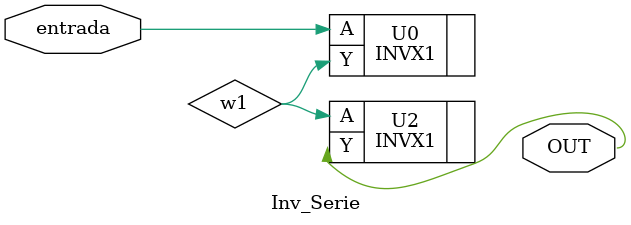
<source format=v>
module Inv_Serie (
    entrada, OUT );
  input  entrada;
  output OUT ;
  wire w1;
  
  INVX1   U0(.A(entrada), .Y(w1));
  INVX1   U2(.A(w1), .Y(OUT));  
  

endmodule



</source>
